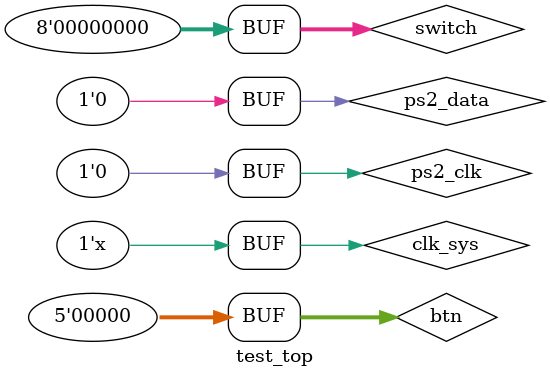
<source format=v>
`timescale 1ns / 1ps


module test_top;

	// Inputs
	reg clk_sys;
	reg [7:0] switch;
	reg [4:0] btn;
	reg ps2_clk;
	reg ps2_data;

	// Outputs
	wire [7:0] seg_out;
	wire [3:0] anode_out;
	wire [2:0] red;
	wire [2:0] green;
	wire [1:0] blue;
	wire hs;
	wire vs;

	// Instantiate the Unit Under Test (UUT)
	display_scan_codes uut (
		.clk_sys(clk_sys), 
		.switch(switch), 
		.btn(btn), 
		.ps2_clk(ps2_clk), 
		.ps2_data(ps2_data), 
		.seg_out(seg_out), 
		.anode_out(anode_out), 
		.red(red), 
		.green(green), 
		.blue(blue), 
		.hs(hs), 
		.vs(vs)
	);

	initial begin
		// Initialize Inputs
		clk_sys = 0;
		switch = 0;
		btn = 0;
		ps2_clk = 0;
		ps2_data = 0;

		// Wait 100 ns for global reset to finish
		#100;
        
		// Add stimulus here

	end
	
	always #1 clk_sys = ~clk_sys;
      
endmodule


</source>
